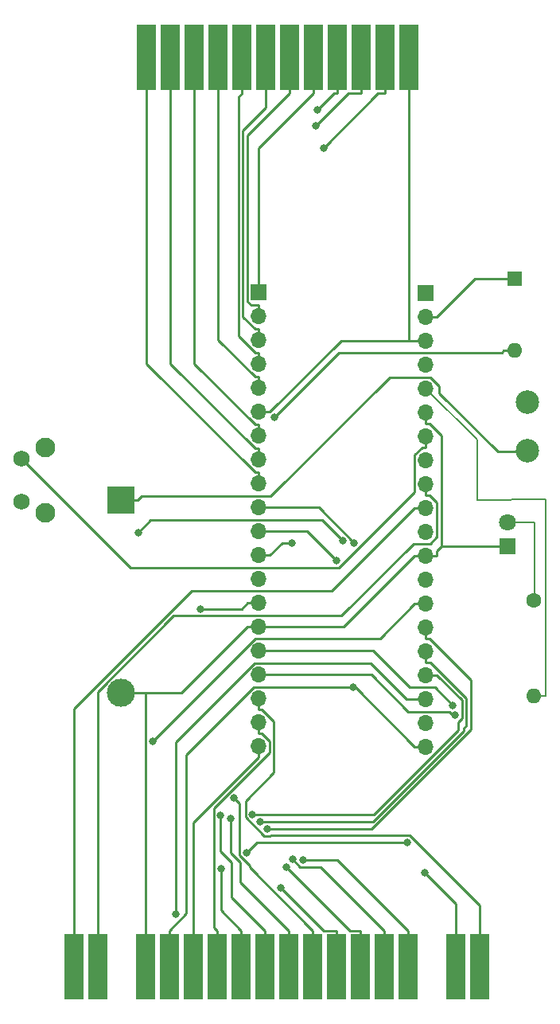
<source format=gbr>
%TF.GenerationSoftware,KiCad,Pcbnew,8.0.6*%
%TF.CreationDate,2024-11-26T16:01:51+01:00*%
%TF.ProjectId,PicoA10400,5069636f-4131-4303-9430-302e6b696361,rev?*%
%TF.SameCoordinates,Original*%
%TF.FileFunction,Copper,L2,Bot*%
%TF.FilePolarity,Positive*%
%FSLAX46Y46*%
G04 Gerber Fmt 4.6, Leading zero omitted, Abs format (unit mm)*
G04 Created by KiCad (PCBNEW 8.0.6) date 2024-11-26 16:01:51*
%MOMM*%
%LPD*%
G01*
G04 APERTURE LIST*
%TA.AperFunction,Conductor*%
%ADD10C,0.200000*%
%TD*%
%TA.AperFunction,ComponentPad*%
%ADD11C,2.500000*%
%TD*%
%TA.AperFunction,ComponentPad*%
%ADD12R,1.600000X1.600000*%
%TD*%
%TA.AperFunction,ComponentPad*%
%ADD13O,1.600000X1.600000*%
%TD*%
%TA.AperFunction,ComponentPad*%
%ADD14C,1.600000*%
%TD*%
%TA.AperFunction,ComponentPad*%
%ADD15R,3.000000X3.000000*%
%TD*%
%TA.AperFunction,ComponentPad*%
%ADD16C,3.000000*%
%TD*%
%TA.AperFunction,ComponentPad*%
%ADD17R,1.700000X1.700000*%
%TD*%
%TA.AperFunction,ComponentPad*%
%ADD18O,1.700000X1.700000*%
%TD*%
%TA.AperFunction,ConnectorPad*%
%ADD19R,2.000000X7.000000*%
%TD*%
%TA.AperFunction,ComponentPad*%
%ADD20C,2.100000*%
%TD*%
%TA.AperFunction,ComponentPad*%
%ADD21C,1.750000*%
%TD*%
%TA.AperFunction,ComponentPad*%
%ADD22R,1.800000X1.800000*%
%TD*%
%TA.AperFunction,ComponentPad*%
%ADD23C,1.800000*%
%TD*%
%TA.AperFunction,ViaPad*%
%ADD24C,0.800000*%
%TD*%
%TA.AperFunction,Conductor*%
%ADD25C,0.250000*%
%TD*%
G04 APERTURE END LIST*
D10*
%TO.N,Net-(J2-Pin_5)*%
X133610000Y-171885000D02*
X132320000Y-171845000D01*
X126310000Y-144685000D02*
X126310000Y-151045000D01*
X133610000Y-151015000D02*
X133610000Y-171885000D01*
X120830000Y-139205000D02*
X126310000Y-144685000D01*
X126310000Y-151045000D02*
X133610000Y-151015000D01*
%TO.N,Net-(D2-A)*%
X132400000Y-161705000D02*
X132400000Y-153465000D01*
X132400000Y-153465000D02*
X129550000Y-153465000D01*
%TD*%
D11*
%TO.P,TP2,1,1*%
%TO.N,Net-(D1-K)*%
X131630000Y-140685000D03*
%TD*%
%TO.P,TP1,1,1*%
%TO.N,Net-(C1-Pad1)*%
X131630000Y-145875000D03*
%TD*%
D12*
%TO.P,D1,1,K*%
%TO.N,Net-(D1-K)*%
X130290000Y-127535000D03*
D13*
%TO.P,D1,2,A*%
%TO.N,+5V*%
X130290000Y-135155000D03*
%TD*%
D14*
%TO.P,R1,1*%
%TO.N,Net-(D2-A)*%
X132340000Y-161725000D03*
D13*
%TO.P,R1,2*%
%TO.N,Net-(J2-Pin_5)*%
X132340000Y-171885000D03*
%TD*%
D15*
%TO.P,C1,1*%
%TO.N,Net-(C1-Pad1)*%
X88390000Y-151120000D03*
D16*
%TO.P,C1,2*%
%TO.N,GND*%
X88390000Y-171610000D03*
%TD*%
D17*
%TO.P,J2,1,Pin_1*%
%TO.N,unconnected-(J2-Pin_1-Pad1)*%
X120865000Y-129050000D03*
D18*
%TO.P,J2,2,Pin_2*%
%TO.N,Net-(D1-K)*%
X120865000Y-131590000D03*
%TO.P,J2,3,Pin_3*%
%TO.N,GND*%
X120865000Y-134130000D03*
%TO.P,J2,4,Pin_4*%
%TO.N,unconnected-(J2-Pin_4-Pad4)*%
X120865000Y-136670000D03*
%TO.P,J2,5,Pin_5*%
%TO.N,Net-(J2-Pin_5)*%
X120865000Y-139210000D03*
%TO.P,J2,6,Pin_6*%
%TO.N,GND*%
X120865000Y-141750000D03*
%TO.P,J2,7,Pin_7*%
%TO.N,RST*%
X120865000Y-144290000D03*
%TO.P,J2,8,Pin_8*%
%TO.N,ExtAudio*%
X120865000Y-146830000D03*
%TO.P,J2,9,Pin_9*%
%TO.N,IRQ*%
X120865000Y-149370000D03*
%TO.P,J2,10,Pin_10*%
%TO.N,Clk*%
X120865000Y-151910000D03*
%TO.P,J2,11,Pin_11*%
%TO.N,RW*%
X120865000Y-154450000D03*
%TO.P,J2,12,Pin_12*%
%TO.N,GND*%
X120865000Y-156990000D03*
%TO.P,J2,13,Pin_13*%
%TO.N,unconnected-(J2-Pin_13-Pad13)*%
X120865000Y-159530000D03*
%TO.P,J2,14,Pin_14*%
%TO.N,Halt*%
X120865000Y-162070000D03*
%TO.P,J2,15,Pin_15*%
%TO.N,/D7*%
X120865000Y-164610000D03*
%TO.P,J2,16,Pin_16*%
%TO.N,/D6*%
X120865000Y-167150000D03*
%TO.P,J2,17,Pin_17*%
%TO.N,/D5*%
X120865000Y-169690000D03*
%TO.P,J2,18,Pin_18*%
%TO.N,/D4*%
X120865000Y-172230000D03*
%TO.P,J2,19,Pin_19*%
%TO.N,/D3*%
X120865000Y-174770000D03*
%TO.P,J2,20,Pin_20*%
%TO.N,/D2*%
X120865000Y-177310000D03*
%TD*%
D17*
%TO.P,J1,1,Pin_1*%
%TO.N,/A0*%
X103065000Y-129015000D03*
D18*
%TO.P,J1,2,Pin_2*%
%TO.N,/A1*%
X103065000Y-131555000D03*
%TO.P,J1,3,Pin_3*%
%TO.N,/A2*%
X103065000Y-134095000D03*
%TO.P,J1,4,Pin_4*%
%TO.N,/A3*%
X103065000Y-136635000D03*
%TO.P,J1,5,Pin_5*%
%TO.N,/A4*%
X103065000Y-139175000D03*
%TO.P,J1,6,Pin_6*%
%TO.N,GND*%
X103065000Y-141715000D03*
%TO.P,J1,7,Pin_7*%
%TO.N,/A5*%
X103065000Y-144255000D03*
%TO.P,J1,8,Pin_8*%
%TO.N,/A6*%
X103065000Y-146795000D03*
%TO.P,J1,9,Pin_9*%
%TO.N,/A7*%
X103065000Y-149335000D03*
%TO.P,J1,10,Pin_10*%
%TO.N,/A8*%
X103065000Y-151875000D03*
%TO.P,J1,11,Pin_11*%
%TO.N,/A9*%
X103065000Y-154415000D03*
%TO.P,J1,12,Pin_12*%
%TO.N,/A10*%
X103065000Y-156955000D03*
%TO.P,J1,13,Pin_13*%
%TO.N,/A11*%
X103065000Y-159495000D03*
%TO.P,J1,14,Pin_14*%
%TO.N,/A12*%
X103065000Y-162035000D03*
%TO.P,J1,15,Pin_15*%
%TO.N,GND*%
X103065000Y-164575000D03*
%TO.P,J1,16,Pin_16*%
%TO.N,/A13*%
X103065000Y-167115000D03*
%TO.P,J1,17,Pin_17*%
%TO.N,/A14*%
X103065000Y-169655000D03*
%TO.P,J1,18,Pin_18*%
%TO.N,/A15*%
X103065000Y-172195000D03*
%TO.P,J1,19,Pin_19*%
%TO.N,/D0*%
X103065000Y-174735000D03*
%TO.P,J1,20,Pin_20*%
%TO.N,/D1*%
X103065000Y-177275000D03*
%TD*%
D19*
%TO.P,U1,13,A7*%
%TO.N,/A7*%
X91130000Y-104000000D03*
%TO.P,U1,14,A6*%
%TO.N,/A6*%
X93670000Y-104000000D03*
%TO.P,U1,15,A5*%
%TO.N,/A5*%
X96210000Y-104000000D03*
%TO.P,U1,16,A4*%
%TO.N,/A4*%
X98750000Y-104000000D03*
%TO.P,U1,17,A3*%
%TO.N,/A3*%
X101290000Y-104000000D03*
%TO.P,U1,18,A2*%
%TO.N,/A2*%
X103830000Y-104000000D03*
%TO.P,U1,19,A1*%
%TO.N,/A1*%
X106370000Y-104000000D03*
%TO.P,U1,20,A0*%
%TO.N,/A0*%
X108910000Y-104000000D03*
%TO.P,U1,21,D0*%
%TO.N,/D0*%
X111450000Y-104000000D03*
%TO.P,U1,22,D1*%
%TO.N,/D1*%
X113990000Y-104000000D03*
%TO.P,U1,23,D2*%
%TO.N,/D2*%
X116530000Y-104000000D03*
%TO.P,U1,24,GND*%
%TO.N,GND*%
X119070000Y-104000000D03*
%TD*%
%TO.P,U2,17,A15*%
%TO.N,/A15*%
X126590000Y-200700000D03*
%TO.P,U2,18,Exaudio*%
%TO.N,ExtAudio*%
X124050000Y-200700000D03*
%TO.P,U2,19,A7*%
%TO.N,/A7*%
X118970000Y-200700000D03*
%TO.P,U2,20,A6*%
%TO.N,/A6*%
X116430000Y-200700000D03*
%TO.P,U2,21,A5*%
%TO.N,/A5*%
X113890000Y-200700000D03*
%TO.P,U2,22,A4*%
%TO.N,/A4*%
X111350000Y-200700000D03*
%TO.P,U2,23,A3*%
%TO.N,/A3*%
X108810000Y-200700000D03*
%TO.P,U2,24,A2*%
%TO.N,/A2*%
X106270000Y-200700000D03*
%TO.P,U2,25,A1*%
%TO.N,/A1*%
X103730000Y-200700000D03*
%TO.P,U2,26,A0*%
%TO.N,/A0*%
X101190000Y-200700000D03*
%TO.P,U2,27,D0*%
%TO.N,/D0*%
X98650000Y-200700000D03*
%TO.P,U2,28,D1*%
%TO.N,/D1*%
X96110000Y-200700000D03*
%TO.P,U2,29,D2*%
%TO.N,/D2*%
X93570000Y-200700000D03*
%TO.P,U2,30,GND*%
%TO.N,GND*%
X91030000Y-200700000D03*
%TO.P,U2,31,IRQ*%
%TO.N,IRQ*%
X85950000Y-200700000D03*
%TO.P,U2,32,Phase_2_CLK*%
%TO.N,Clk*%
X83410000Y-200700000D03*
%TD*%
D20*
%TO.P,SW1,*%
%TO.N,*%
X80320000Y-152465000D03*
X80320000Y-145455000D03*
D21*
%TO.P,SW1,1,1*%
%TO.N,GND*%
X77830000Y-151215000D03*
%TO.P,SW1,2,2*%
%TO.N,RST*%
X77830000Y-146715000D03*
%TD*%
D22*
%TO.P,D2,1,K*%
%TO.N,GND*%
X129515000Y-156010000D03*
D23*
%TO.P,D2,2,A*%
%TO.N,Net-(D2-A)*%
X129515000Y-153470000D03*
%TD*%
D24*
%TO.N,+5V*%
X104733800Y-142252200D03*
%TO.N,/A9*%
X111350000Y-157524100D03*
%TO.N,/D3*%
X101811400Y-188624900D03*
X118896400Y-187512500D03*
%TO.N,/D4*%
X94256300Y-195104800D03*
%TO.N,/D5*%
X102415300Y-184497000D03*
%TO.N,/D6*%
X103196400Y-185278100D03*
%TO.N,/D7*%
X103985200Y-186061300D03*
%TO.N,/A12*%
X96886300Y-162641600D03*
%TO.N,/A10*%
X106611300Y-155643200D03*
%TO.N,/A8*%
X113251200Y-155627000D03*
%TO.N,/A14*%
X123976300Y-173966700D03*
%TO.N,/A7*%
X107769000Y-189350500D03*
%TO.N,/A6*%
X106683000Y-189292100D03*
%TO.N,/A5*%
X106044700Y-190102300D03*
%TO.N,/A4*%
X105458100Y-192321900D03*
%TO.N,/A3*%
X100458000Y-182757200D03*
%TO.N,/A2*%
X100059900Y-184971200D03*
%TO.N,/A1*%
X99011000Y-184638300D03*
%TO.N,/A0*%
X99043400Y-190307700D03*
%TO.N,/D0*%
X109340500Y-109568600D03*
%TO.N,/D1*%
X109182300Y-111299200D03*
%TO.N,/D2*%
X109980500Y-113636800D03*
X113145000Y-170999900D03*
%TO.N,/A13*%
X123740000Y-172927900D03*
%TO.N,ExtAudio*%
X120756600Y-190685400D03*
%TO.N,Halt*%
X91787700Y-176717100D03*
%TO.N,RW*%
X112004000Y-155407500D03*
X90258500Y-154517400D03*
%TD*%
D25*
%TO.N,Net-(D1-K)*%
X120865000Y-131590000D02*
X122041700Y-131590000D01*
X126096700Y-127535000D02*
X122041700Y-131590000D01*
X130290000Y-127535000D02*
X126096700Y-127535000D01*
%TO.N,GND*%
X91030000Y-200700000D02*
X91030000Y-196873300D01*
X94853300Y-171610000D02*
X101888300Y-164575000D01*
X119070000Y-134130000D02*
X119070000Y-107826700D01*
X88390000Y-171610000D02*
X91030000Y-171610000D01*
X122563200Y-144257200D02*
X121232700Y-142926700D01*
X120625000Y-156990000D02*
X119688300Y-156990000D01*
X129515000Y-156010000D02*
X128288300Y-156010000D01*
X122041700Y-156990000D02*
X122041700Y-156531500D01*
X120865000Y-141750000D02*
X120865000Y-142926700D01*
X122563200Y-156010000D02*
X122563200Y-144257200D01*
X120625000Y-156990000D02*
X120865000Y-156990000D01*
X119070000Y-104000000D02*
X119070000Y-107826700D01*
X120865000Y-134130000D02*
X119070000Y-134130000D01*
X120865000Y-156990000D02*
X122041700Y-156990000D01*
X91030000Y-171610000D02*
X94853300Y-171610000D01*
X111826700Y-134130000D02*
X119070000Y-134130000D01*
X122041700Y-156531500D02*
X122563200Y-156010000D01*
X91030000Y-171610000D02*
X91030000Y-196873300D01*
X103065000Y-141715000D02*
X104241700Y-141715000D01*
X119688300Y-156990000D02*
X112103300Y-164575000D01*
X104241700Y-141715000D02*
X111826700Y-134130000D01*
X122563200Y-156010000D02*
X128288300Y-156010000D01*
X103065000Y-164575000D02*
X101888300Y-164575000D01*
X112103300Y-164575000D02*
X103065000Y-164575000D01*
X121232700Y-142926700D02*
X120865000Y-142926700D01*
%TO.N,+5V*%
X129163300Y-135155000D02*
X128918300Y-135400000D01*
X128918300Y-135400000D02*
X111586000Y-135400000D01*
X130290000Y-135155000D02*
X129163300Y-135155000D01*
X111586000Y-135400000D02*
X104733800Y-142252200D01*
%TO.N,/A9*%
X108240900Y-154415000D02*
X111350000Y-157524100D01*
X103065000Y-154415000D02*
X108240900Y-154415000D01*
%TO.N,/D3*%
X118896400Y-187512500D02*
X102923800Y-187512500D01*
X102923800Y-187512500D02*
X101811400Y-188624900D01*
%TO.N,/D4*%
X115018800Y-168450300D02*
X118798500Y-172230000D01*
X94256300Y-176798900D02*
X102604900Y-168450300D01*
X102604900Y-168450300D02*
X115018800Y-168450300D01*
X118798500Y-172230000D02*
X120865000Y-172230000D01*
X94256300Y-195104800D02*
X94256300Y-176798900D01*
%TO.N,/D5*%
X124285000Y-175567300D02*
X115355300Y-184497000D01*
X120865000Y-169690000D02*
X122041700Y-169690000D01*
X124285000Y-174686000D02*
X124285000Y-175567300D01*
X124714600Y-172362900D02*
X124714600Y-174256400D01*
X124714600Y-174256400D02*
X124285000Y-174686000D01*
X115355300Y-184497000D02*
X102415300Y-184497000D01*
X122041700Y-169690000D02*
X124714600Y-172362900D01*
%TO.N,/D6*%
X120865000Y-168326700D02*
X121377800Y-168326700D01*
X124867900Y-175649300D02*
X115239100Y-185278100D01*
X125188400Y-172137300D02*
X125188400Y-175066300D01*
X124867900Y-175386800D02*
X124867900Y-175649300D01*
X121377800Y-168326700D02*
X125188400Y-172137300D01*
X120865000Y-167150000D02*
X120865000Y-168326700D01*
X125188400Y-175066300D02*
X124867900Y-175386800D01*
X115239100Y-185278100D02*
X103196400Y-185278100D01*
%TO.N,/D7*%
X125653300Y-170207300D02*
X125653300Y-175502700D01*
X120865000Y-164610000D02*
X120865000Y-165786700D01*
X125653300Y-175502700D02*
X115094700Y-186061300D01*
X120865000Y-165786700D02*
X121232700Y-165786700D01*
X115094700Y-186061300D02*
X103985200Y-186061300D01*
X121232700Y-165786700D02*
X125653300Y-170207300D01*
%TO.N,/A12*%
X96886300Y-162641600D02*
X101281700Y-162641600D01*
X101281700Y-162641600D02*
X101888300Y-162035000D01*
X103065000Y-162035000D02*
X101888300Y-162035000D01*
%TO.N,/A10*%
X104241700Y-156955000D02*
X105553500Y-155643200D01*
X103065000Y-156955000D02*
X104241700Y-156955000D01*
X105553500Y-155643200D02*
X106611300Y-155643200D01*
%TO.N,/A8*%
X109499200Y-151875000D02*
X113251200Y-155627000D01*
X103065000Y-151875000D02*
X109499200Y-151875000D01*
%TO.N,RST*%
X120865000Y-144290000D02*
X120865000Y-145466700D01*
X119688300Y-146275600D02*
X120497200Y-145466700D01*
X89393900Y-158288900D02*
X111645000Y-158288900D01*
X120497200Y-145466700D02*
X120865000Y-145466700D01*
X119688300Y-150245600D02*
X119688300Y-146275600D01*
X111645000Y-158288900D02*
X119688300Y-150245600D01*
X77825000Y-146720000D02*
X89393900Y-158288900D01*
%TO.N,/A14*%
X103065000Y-169655000D02*
X104241700Y-169655000D01*
X104241700Y-169655000D02*
X115067200Y-169655000D01*
X115067200Y-169655000D02*
X118987900Y-173575700D01*
X123751200Y-173966700D02*
X123976300Y-173966700D01*
X118987900Y-173575700D02*
X123360200Y-173575700D01*
X123360200Y-173575700D02*
X123751200Y-173966700D01*
%TO.N,/A7*%
X91130000Y-136591000D02*
X91130000Y-104000000D01*
X111447200Y-189350500D02*
X107769000Y-189350500D01*
X103065000Y-149335000D02*
X103065000Y-148158300D01*
X118970000Y-200700000D02*
X118970000Y-196873300D01*
X103065000Y-148158300D02*
X102697300Y-148158300D01*
X102697300Y-148158300D02*
X91130000Y-136591000D01*
X118970000Y-196873300D02*
X111447200Y-189350500D01*
%TO.N,/A6*%
X106683000Y-189292100D02*
X107468100Y-190077200D01*
X109633900Y-190077200D02*
X116430000Y-196873300D01*
X107468100Y-190077200D02*
X109633900Y-190077200D01*
X102697300Y-145618300D02*
X93670000Y-136591000D01*
X103065000Y-146795000D02*
X103065000Y-145618300D01*
X103065000Y-145618300D02*
X102697300Y-145618300D01*
X93670000Y-136591000D02*
X93670000Y-104000000D01*
X116430000Y-200700000D02*
X116430000Y-196873300D01*
%TO.N,/A5*%
X113890000Y-200700000D02*
X113890000Y-196873300D01*
X103065000Y-144255000D02*
X103065000Y-143078300D01*
X96210000Y-136591000D02*
X96210000Y-104000000D01*
X112815700Y-196873300D02*
X106044700Y-190102300D01*
X102697300Y-143078300D02*
X96210000Y-136591000D01*
X113890000Y-196873300D02*
X112815700Y-196873300D01*
X103065000Y-143078300D02*
X102697300Y-143078300D01*
%TO.N,/A4*%
X98750000Y-134051000D02*
X98750000Y-104000000D01*
X110009500Y-196873300D02*
X105458100Y-192321900D01*
X103065000Y-139175000D02*
X103065000Y-137998300D01*
X102697300Y-137998300D02*
X98750000Y-134051000D01*
X103065000Y-137998300D02*
X102697300Y-137998300D01*
X111350000Y-196873300D02*
X110009500Y-196873300D01*
X111350000Y-200700000D02*
X111350000Y-196873300D01*
%TO.N,/A3*%
X108810000Y-196873300D02*
X102086200Y-190149500D01*
X100910400Y-108206300D02*
X101290000Y-107826700D01*
X101290000Y-104000000D02*
X101290000Y-107826700D01*
X101011900Y-183311100D02*
X100458000Y-182757200D01*
X102086200Y-190149500D02*
X102086200Y-189957100D01*
X103065000Y-135458300D02*
X102697300Y-135458300D01*
X103065000Y-136635000D02*
X103065000Y-135458300D01*
X108810000Y-200700000D02*
X108810000Y-196873300D01*
X102086200Y-189957100D02*
X101011900Y-188882800D01*
X102697300Y-135458300D02*
X100910400Y-133671400D01*
X101011900Y-188882800D02*
X101011900Y-183311100D01*
X100910400Y-133671400D02*
X100910400Y-108206300D01*
%TO.N,/A2*%
X100059900Y-184971200D02*
X100059900Y-188601500D01*
X101080900Y-189622500D02*
X101080900Y-191684200D01*
X103065000Y-134095000D02*
X103065000Y-132918300D01*
X101080900Y-191684200D02*
X106270000Y-196873300D01*
X103830000Y-109351900D02*
X103830000Y-104000000D01*
X103065000Y-132918300D02*
X102697300Y-132918300D01*
X101400900Y-111781000D02*
X103830000Y-109351900D01*
X102697300Y-132918300D02*
X101400900Y-131621900D01*
X100059900Y-188601500D02*
X101080900Y-189622500D01*
X106270000Y-200700000D02*
X106270000Y-196873300D01*
X101400900Y-131621900D02*
X101400900Y-111781000D01*
%TO.N,/A1*%
X106370000Y-104000000D02*
X106370000Y-107826700D01*
X101888300Y-130010600D02*
X101888300Y-112308400D01*
X103065000Y-130378300D02*
X102256000Y-130378300D01*
X100179000Y-189582500D02*
X99011000Y-188414500D01*
X101888300Y-112308400D02*
X106370000Y-107826700D01*
X103730000Y-196873300D02*
X100179000Y-193322300D01*
X103065000Y-131555000D02*
X103065000Y-130378300D01*
X103730000Y-200700000D02*
X103730000Y-196873300D01*
X100179000Y-193322300D02*
X100179000Y-189582500D01*
X99011000Y-188414500D02*
X99011000Y-184638300D01*
X102256000Y-130378300D02*
X101888300Y-130010600D01*
%TO.N,/A0*%
X103065000Y-129015000D02*
X103065000Y-127838300D01*
X108910000Y-104000000D02*
X108910000Y-107826700D01*
X99043400Y-194726700D02*
X99043400Y-190307700D01*
X108910000Y-107826700D02*
X103065000Y-113671700D01*
X103065000Y-113671700D02*
X103065000Y-127838300D01*
X101190000Y-200700000D02*
X101190000Y-196873300D01*
X101190000Y-196873300D02*
X99043400Y-194726700D01*
%TO.N,/D0*%
X103065000Y-175911700D02*
X103432800Y-175911700D01*
X98650000Y-200700000D02*
X98650000Y-196873300D01*
X111082400Y-107826700D02*
X111450000Y-107826700D01*
X111450000Y-104000000D02*
X111450000Y-107826700D01*
X104241700Y-177918900D02*
X98284300Y-183876300D01*
X98284300Y-183876300D02*
X98284300Y-196507600D01*
X109340500Y-109568600D02*
X111082400Y-107826700D01*
X103432800Y-175911700D02*
X104241700Y-176720600D01*
X104241700Y-176720600D02*
X104241700Y-177918900D01*
X98284300Y-196507600D02*
X98650000Y-196873300D01*
X103065000Y-174735000D02*
X103065000Y-175911700D01*
%TO.N,/D1*%
X96110000Y-185406700D02*
X103065000Y-178451700D01*
X103065000Y-177275000D02*
X103065000Y-178451700D01*
X96110000Y-200700000D02*
X96110000Y-185406700D01*
X113990000Y-104000000D02*
X113990000Y-107826700D01*
X112654800Y-107826700D02*
X109182300Y-111299200D01*
X113990000Y-107826700D02*
X112654800Y-107826700D01*
%TO.N,/D2*%
X116530000Y-104000000D02*
X116530000Y-107826700D01*
X93570000Y-200700000D02*
X93570000Y-196873300D01*
X102583700Y-170999900D02*
X113145000Y-170999900D01*
X93570000Y-196873300D02*
X95376800Y-195066500D01*
X119688300Y-177310000D02*
X113378200Y-170999900D01*
X113378200Y-170999900D02*
X113145000Y-170999900D01*
X95376800Y-178206800D02*
X102583700Y-170999900D01*
X115790600Y-107826700D02*
X109980500Y-113636800D01*
X95376800Y-195066500D02*
X95376800Y-178206800D01*
X120865000Y-177310000D02*
X119688300Y-177310000D01*
X116530000Y-107826700D02*
X115790600Y-107826700D01*
%TO.N,/A13*%
X121819800Y-171007700D02*
X119105000Y-171007700D01*
X119105000Y-171007700D02*
X115212300Y-167115000D01*
X123740000Y-172927900D02*
X121819800Y-171007700D01*
X115212300Y-167115000D02*
X103065000Y-167115000D01*
%TO.N,Net-(C1-Pad1)*%
X117041700Y-138004200D02*
X121338100Y-138004200D01*
X122300900Y-138967000D02*
X122300900Y-139705900D01*
X104349600Y-150696300D02*
X117041700Y-138004200D01*
X90216700Y-151120000D02*
X90640400Y-150696300D01*
X90640400Y-150696300D02*
X104349600Y-150696300D01*
X88390000Y-151120000D02*
X90216700Y-151120000D01*
X122300900Y-139705900D02*
X128530000Y-145935000D01*
X128530000Y-145935000D02*
X131750000Y-145935000D01*
X121338100Y-138004200D02*
X122300900Y-138967000D01*
%TO.N,ExtAudio*%
X120756600Y-190685400D02*
X124050000Y-193978800D01*
X124050000Y-193978800D02*
X124050000Y-200700000D01*
%TO.N,/A15*%
X101688600Y-184801400D02*
X103675200Y-186788000D01*
X104695700Y-174634700D02*
X104695700Y-180060700D01*
X119166500Y-186753300D02*
X126590000Y-194176800D01*
X104322500Y-186753300D02*
X119166500Y-186753300D01*
X103675200Y-186788000D02*
X104287800Y-186788000D01*
X103065000Y-173371700D02*
X103432700Y-173371700D01*
X104695700Y-180060700D02*
X101688600Y-183067800D01*
X103065000Y-172195000D02*
X103065000Y-173371700D01*
X103432700Y-173371700D02*
X104695700Y-174634700D01*
X126590000Y-194176800D02*
X126590000Y-200700000D01*
X101688600Y-183067800D02*
X101688600Y-184801400D01*
X104287800Y-186788000D02*
X104322500Y-186753300D01*
%TO.N,Halt*%
X115973100Y-165785200D02*
X102719600Y-165785200D01*
X102719600Y-165785200D02*
X91787700Y-176717100D01*
X119688300Y-162070000D02*
X115973100Y-165785200D01*
X120865000Y-162070000D02*
X119688300Y-162070000D01*
%TO.N,IRQ*%
X121232800Y-150546700D02*
X120865000Y-150546700D01*
X120865000Y-149370000D02*
X120865000Y-150546700D01*
X121336700Y-155720000D02*
X122041700Y-155015000D01*
X111877300Y-163381500D02*
X119538800Y-155720000D01*
X119538800Y-155720000D02*
X121336700Y-155720000D01*
X122041700Y-151355600D02*
X121232800Y-150546700D01*
X94033800Y-163381500D02*
X111877300Y-163381500D01*
X85950000Y-171465300D02*
X94033800Y-163381500D01*
X85950000Y-200700000D02*
X85950000Y-196873300D01*
X122041700Y-155015000D02*
X122041700Y-151355600D01*
X85950000Y-196873300D02*
X85950000Y-171465300D01*
%TO.N,RW*%
X112004000Y-155407500D02*
X109821500Y-153225000D01*
X109821500Y-153225000D02*
X91550900Y-153225000D01*
X91550900Y-153225000D02*
X90258500Y-154517400D01*
%TO.N,Clk*%
X120865000Y-151910000D02*
X119688300Y-151910000D01*
X83410000Y-200700000D02*
X83410000Y-173288700D01*
X95933700Y-160765000D02*
X110833300Y-160765000D01*
X83410000Y-173288700D02*
X95933700Y-160765000D01*
X110833300Y-160765000D02*
X119688300Y-151910000D01*
%TD*%
M02*

</source>
